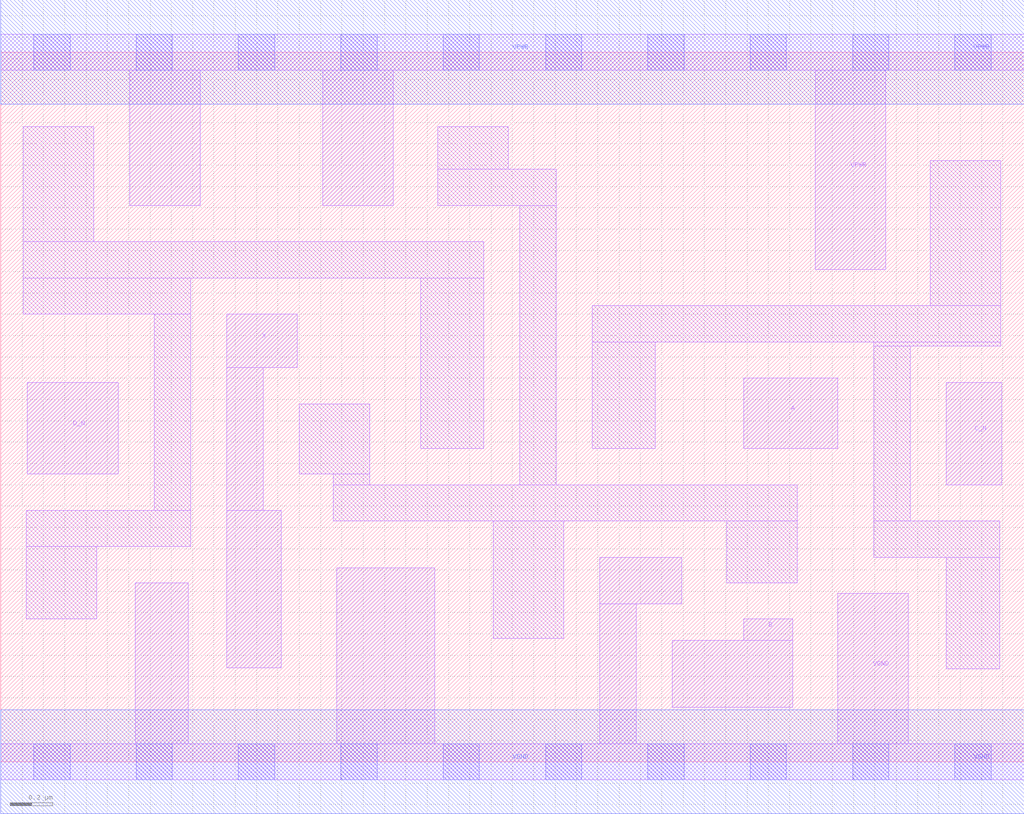
<source format=lef>
# Copyright 2020 The SkyWater PDK Authors
#
# Licensed under the Apache License, Version 2.0 (the "License");
# you may not use this file except in compliance with the License.
# You may obtain a copy of the License at
#
#     https://www.apache.org/licenses/LICENSE-2.0
#
# Unless required by applicable law or agreed to in writing, software
# distributed under the License is distributed on an "AS IS" BASIS,
# WITHOUT WARRANTIES OR CONDITIONS OF ANY KIND, either express or implied.
# See the License for the specific language governing permissions and
# limitations under the License.
#
# SPDX-License-Identifier: Apache-2.0

VERSION 5.7 ;
  NAMESCASESENSITIVE ON ;
  NOWIREEXTENSIONATPIN ON ;
  DIVIDERCHAR "/" ;
  BUSBITCHARS "[]" ;
UNITS
  DATABASE MICRONS 200 ;
END UNITS
MACRO sky130_fd_sc_ms__or4bb_2
  CLASS CORE ;
  SOURCE USER ;
  FOREIGN sky130_fd_sc_ms__or4bb_2 ;
  ORIGIN  0.000000  0.000000 ;
  SIZE  4.800000 BY  3.330000 ;
  SYMMETRY X Y ;
  SITE unit ;
  PIN A
    ANTENNAGATEAREA  0.276000 ;
    DIRECTION INPUT ;
    USE SIGNAL ;
    PORT
      LAYER li1 ;
        RECT 3.485000 1.470000 3.925000 1.800000 ;
    END
  END A
  PIN B
    ANTENNAGATEAREA  0.276000 ;
    DIRECTION INPUT ;
    USE SIGNAL ;
    PORT
      LAYER li1 ;
        RECT 3.150000 0.255000 3.715000 0.570000 ;
        RECT 3.485000 0.570000 3.715000 0.670000 ;
    END
  END B
  PIN C_N
    ANTENNAGATEAREA  0.233700 ;
    DIRECTION INPUT ;
    USE SIGNAL ;
    PORT
      LAYER li1 ;
        RECT 4.435000 1.300000 4.695000 1.780000 ;
    END
  END C_N
  PIN D_N
    ANTENNAGATEAREA  0.233700 ;
    DIRECTION INPUT ;
    USE SIGNAL ;
    PORT
      LAYER li1 ;
        RECT 0.125000 1.350000 0.550000 1.780000 ;
    END
  END D_N
  PIN X
    ANTENNADIFFAREA  0.509600 ;
    DIRECTION OUTPUT ;
    USE SIGNAL ;
    PORT
      LAYER li1 ;
        RECT 1.060000 0.440000 1.315000 1.180000 ;
        RECT 1.060000 1.180000 1.230000 1.850000 ;
        RECT 1.060000 1.850000 1.390000 2.100000 ;
    END
  END X
  PIN VGND
    DIRECTION INOUT ;
    USE GROUND ;
    PORT
      LAYER li1 ;
        RECT 0.000000 -0.085000 4.800000 0.085000 ;
        RECT 0.630000  0.085000 0.880000 0.840000 ;
        RECT 1.575000  0.085000 2.035000 0.910000 ;
        RECT 2.810000  0.085000 2.980000 0.740000 ;
        RECT 2.810000  0.740000 3.195000 0.960000 ;
        RECT 3.925000  0.085000 4.255000 0.790000 ;
      LAYER mcon ;
        RECT 0.155000 -0.085000 0.325000 0.085000 ;
        RECT 0.635000 -0.085000 0.805000 0.085000 ;
        RECT 1.115000 -0.085000 1.285000 0.085000 ;
        RECT 1.595000 -0.085000 1.765000 0.085000 ;
        RECT 2.075000 -0.085000 2.245000 0.085000 ;
        RECT 2.555000 -0.085000 2.725000 0.085000 ;
        RECT 3.035000 -0.085000 3.205000 0.085000 ;
        RECT 3.515000 -0.085000 3.685000 0.085000 ;
        RECT 3.995000 -0.085000 4.165000 0.085000 ;
        RECT 4.475000 -0.085000 4.645000 0.085000 ;
      LAYER met1 ;
        RECT 0.000000 -0.245000 4.800000 0.245000 ;
    END
  END VGND
  PIN VPWR
    DIRECTION INOUT ;
    USE POWER ;
    PORT
      LAYER li1 ;
        RECT 0.000000 3.245000 4.800000 3.415000 ;
        RECT 0.605000 2.610000 0.935000 3.245000 ;
        RECT 1.510000 2.610000 1.840000 3.245000 ;
        RECT 3.820000 2.310000 4.150000 3.245000 ;
      LAYER mcon ;
        RECT 0.155000 3.245000 0.325000 3.415000 ;
        RECT 0.635000 3.245000 0.805000 3.415000 ;
        RECT 1.115000 3.245000 1.285000 3.415000 ;
        RECT 1.595000 3.245000 1.765000 3.415000 ;
        RECT 2.075000 3.245000 2.245000 3.415000 ;
        RECT 2.555000 3.245000 2.725000 3.415000 ;
        RECT 3.035000 3.245000 3.205000 3.415000 ;
        RECT 3.515000 3.245000 3.685000 3.415000 ;
        RECT 3.995000 3.245000 4.165000 3.415000 ;
        RECT 4.475000 3.245000 4.645000 3.415000 ;
      LAYER met1 ;
        RECT 0.000000 3.085000 4.800000 3.575000 ;
    END
  END VPWR
  OBS
    LAYER li1 ;
      RECT 0.105000 2.100000 0.890000 2.270000 ;
      RECT 0.105000 2.270000 2.265000 2.440000 ;
      RECT 0.105000 2.440000 0.435000 2.980000 ;
      RECT 0.120000 0.670000 0.450000 1.010000 ;
      RECT 0.120000 1.010000 0.890000 1.180000 ;
      RECT 0.720000 1.180000 0.890000 2.100000 ;
      RECT 1.400000 1.350000 1.730000 1.680000 ;
      RECT 1.560000 1.130000 3.735000 1.300000 ;
      RECT 1.560000 1.300000 1.730000 1.350000 ;
      RECT 1.970000 1.470000 2.265000 2.270000 ;
      RECT 2.050000 2.610000 2.605000 2.780000 ;
      RECT 2.050000 2.780000 2.380000 2.980000 ;
      RECT 2.310000 0.580000 2.640000 1.130000 ;
      RECT 2.435000 1.300000 2.605000 2.610000 ;
      RECT 2.775000 1.470000 3.070000 1.970000 ;
      RECT 2.775000 1.970000 4.690000 2.140000 ;
      RECT 3.405000 0.840000 3.735000 1.130000 ;
      RECT 4.095000 0.960000 4.685000 1.130000 ;
      RECT 4.095000 1.130000 4.265000 1.950000 ;
      RECT 4.095000 1.950000 4.690000 1.970000 ;
      RECT 4.360000 2.140000 4.690000 2.820000 ;
      RECT 4.435000 0.435000 4.685000 0.960000 ;
  END
END sky130_fd_sc_ms__or4bb_2

</source>
